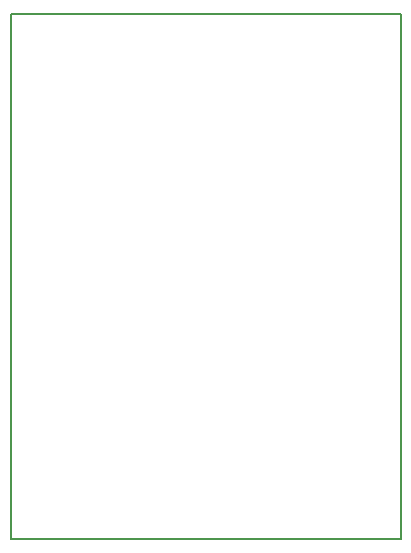
<source format=gm1>
G04 #@! TF.FileFunction,Profile,NP*
%FSLAX46Y46*%
G04 Gerber Fmt 4.6, Leading zero omitted, Abs format (unit mm)*
G04 Created by KiCad (PCBNEW 4.0.3-stable) date 10/10/16 00:03:39*
%MOMM*%
%LPD*%
G01*
G04 APERTURE LIST*
%ADD10C,0.100000*%
%ADD11C,0.150000*%
G04 APERTURE END LIST*
D10*
D11*
X33020000Y0D02*
X0Y0D01*
X33020000Y-44450000D02*
X33020000Y0D01*
X0Y-44450000D02*
X33020000Y-44450000D01*
X0Y0D02*
X0Y-44450000D01*
M02*

</source>
